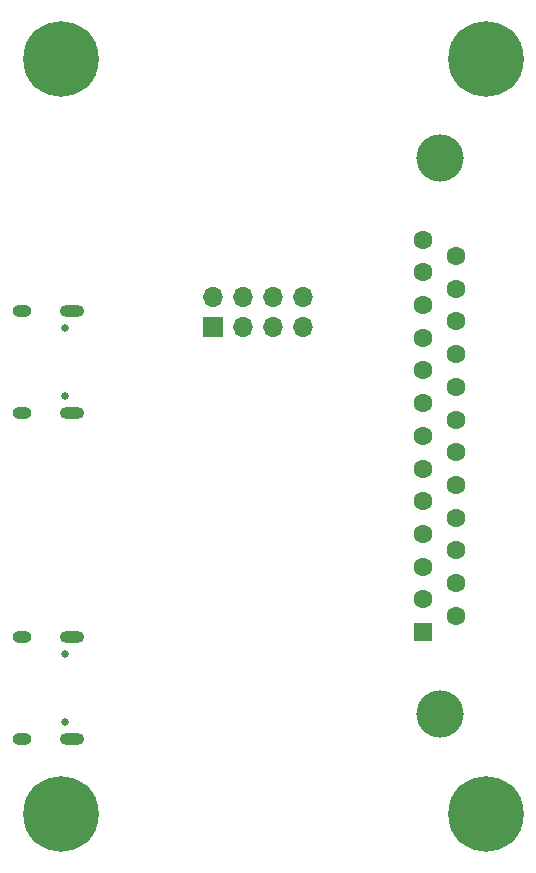
<source format=gbr>
%TF.GenerationSoftware,KiCad,Pcbnew,(6.0.9)*%
%TF.CreationDate,2022-12-11T23:18:13+10:00*%
%TF.ProjectId,OpenRetroPad,4f70656e-5265-4747-926f-5061642e6b69,rev?*%
%TF.SameCoordinates,Original*%
%TF.FileFunction,Soldermask,Bot*%
%TF.FilePolarity,Negative*%
%FSLAX46Y46*%
G04 Gerber Fmt 4.6, Leading zero omitted, Abs format (unit mm)*
G04 Created by KiCad (PCBNEW (6.0.9)) date 2022-12-11 23:18:13*
%MOMM*%
%LPD*%
G01*
G04 APERTURE LIST*
%ADD10C,4.000000*%
%ADD11R,1.600000X1.600000*%
%ADD12C,1.600000*%
%ADD13C,0.800000*%
%ADD14C,6.400000*%
%ADD15C,0.650000*%
%ADD16O,1.600000X1.000000*%
%ADD17O,2.100000X1.000000*%
%ADD18R,1.700000X1.700000*%
%ADD19O,1.700000X1.700000*%
G04 APERTURE END LIST*
D10*
%TO.C,J4*%
X32089669Y-55500000D03*
X32089669Y-8400000D03*
D11*
X30669669Y-48570000D03*
D12*
X30669669Y-45800000D03*
X30669669Y-43030000D03*
X30669669Y-40260000D03*
X30669669Y-37490000D03*
X30669669Y-34720000D03*
X30669669Y-31950000D03*
X30669669Y-29180000D03*
X30669669Y-26410000D03*
X30669669Y-23640000D03*
X30669669Y-20870000D03*
X30669669Y-18100000D03*
X30669669Y-15330000D03*
X33509669Y-47185000D03*
X33509669Y-44415000D03*
X33509669Y-41645000D03*
X33509669Y-38875000D03*
X33509669Y-36105000D03*
X33509669Y-33335000D03*
X33509669Y-30565000D03*
X33509669Y-27795000D03*
X33509669Y-25025000D03*
X33509669Y-22255000D03*
X33509669Y-19485000D03*
X33509669Y-16715000D03*
%TD*%
D13*
%TO.C,H1*%
X1697056Y1697056D03*
X-1697056Y1697056D03*
X1697056Y-1697056D03*
X0Y2400000D03*
X2400000Y0D03*
X-2400000Y0D03*
D14*
X0Y0D03*
D13*
X0Y-2400000D03*
X-1697056Y-1697056D03*
%TD*%
D15*
%TO.C,J1*%
X400000Y-22790000D03*
X400000Y-28570000D03*
D16*
X-3250000Y-30000000D03*
D17*
X930000Y-30000000D03*
X930000Y-21360000D03*
D16*
X-3250000Y-21360000D03*
%TD*%
D13*
%TO.C,H4*%
X36000000Y-66400000D03*
D14*
X36000000Y-64000000D03*
D13*
X37697056Y-62302944D03*
X38400000Y-64000000D03*
X33600000Y-64000000D03*
X34302944Y-65697056D03*
X34302944Y-62302944D03*
X36000000Y-61600000D03*
X37697056Y-65697056D03*
%TD*%
D15*
%TO.C,J2*%
X400000Y-50410000D03*
X400000Y-56190000D03*
D16*
X-3250000Y-48980000D03*
D17*
X930000Y-57620000D03*
X930000Y-48980000D03*
D16*
X-3250000Y-57620000D03*
%TD*%
D13*
%TO.C,H3*%
X34302944Y1697056D03*
X36000000Y2400000D03*
X33600000Y0D03*
X37697056Y1697056D03*
D14*
X36000000Y0D03*
D13*
X36000000Y-2400000D03*
X37697056Y-1697056D03*
X38400000Y0D03*
X34302944Y-1697056D03*
%TD*%
%TO.C,H2*%
X2400000Y-64000000D03*
X-1697056Y-65697056D03*
X1697056Y-65697056D03*
X1697056Y-62302944D03*
X0Y-66400000D03*
X0Y-61600000D03*
X-2400000Y-64000000D03*
X-1697056Y-62302944D03*
D14*
X0Y-64000000D03*
%TD*%
D18*
%TO.C,J3*%
X12920000Y-22700000D03*
D19*
X12920000Y-20160000D03*
X15460000Y-22700000D03*
X15460000Y-20160000D03*
X18000000Y-22700000D03*
X18000000Y-20160000D03*
X20540000Y-22700000D03*
X20540000Y-20160000D03*
%TD*%
M02*

</source>
